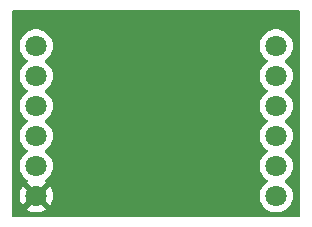
<source format=gbl>
G04 #@! TF.GenerationSoftware,KiCad,Pcbnew,7.0.10*
G04 #@! TF.CreationDate,2024-10-11T10:49:22-04:00*
G04 #@! TF.ProjectId,ad5689r,61643536-3839-4722-9e6b-696361645f70,rev?*
G04 #@! TF.SameCoordinates,Original*
G04 #@! TF.FileFunction,Copper,L2,Bot*
G04 #@! TF.FilePolarity,Positive*
%FSLAX46Y46*%
G04 Gerber Fmt 4.6, Leading zero omitted, Abs format (unit mm)*
G04 Created by KiCad (PCBNEW 7.0.10) date 2024-10-11 10:49:22*
%MOMM*%
%LPD*%
G01*
G04 APERTURE LIST*
G04 #@! TA.AperFunction,ComponentPad*
%ADD10C,1.800000*%
G04 #@! TD*
G04 #@! TA.AperFunction,ViaPad*
%ADD11C,0.800000*%
G04 #@! TD*
G04 APERTURE END LIST*
D10*
X27940000Y-25400000D03*
X27940000Y-27940000D03*
X27940000Y-30480000D03*
X27940000Y-33020000D03*
X27940000Y-35560000D03*
X27940000Y-38100000D03*
X48260000Y-25400000D03*
X48260000Y-27940000D03*
X48260000Y-30480000D03*
X48260000Y-33020000D03*
X48260000Y-35560000D03*
X48260000Y-38100000D03*
D11*
X42926000Y-27940000D03*
X46228000Y-36068000D03*
X37846000Y-31242000D03*
G04 #@! TA.AperFunction,Conductor*
G36*
X50234539Y-22372185D02*
G01*
X50280294Y-22424989D01*
X50291500Y-22476500D01*
X50291500Y-39753500D01*
X50271815Y-39820539D01*
X50219011Y-39866294D01*
X50167500Y-39877500D01*
X26032500Y-39877500D01*
X25965461Y-39857815D01*
X25919706Y-39805011D01*
X25908500Y-39753500D01*
X25908500Y-35560006D01*
X26534700Y-35560006D01*
X26553864Y-35791297D01*
X26553866Y-35791308D01*
X26610842Y-36016300D01*
X26704075Y-36228848D01*
X26831016Y-36423147D01*
X26831019Y-36423151D01*
X26831021Y-36423153D01*
X26988216Y-36593913D01*
X27165819Y-36732146D01*
X27166225Y-36732462D01*
X27207038Y-36789173D01*
X27210713Y-36858946D01*
X27176082Y-36919629D01*
X27166225Y-36928170D01*
X27141201Y-36947646D01*
X27141200Y-36947647D01*
X27895600Y-37702046D01*
X27814852Y-37714835D01*
X27701955Y-37772359D01*
X27612359Y-37861955D01*
X27554835Y-37974852D01*
X27542046Y-38055600D01*
X26788811Y-37302365D01*
X26704516Y-37431390D01*
X26611317Y-37643864D01*
X26554361Y-37868781D01*
X26535202Y-38099994D01*
X26535202Y-38100005D01*
X26554361Y-38331218D01*
X26611317Y-38556135D01*
X26704515Y-38768606D01*
X26788812Y-38897633D01*
X27542046Y-38144399D01*
X27554835Y-38225148D01*
X27612359Y-38338045D01*
X27701955Y-38427641D01*
X27814852Y-38485165D01*
X27895599Y-38497953D01*
X27141201Y-39252351D01*
X27171649Y-39276050D01*
X27375697Y-39386476D01*
X27375706Y-39386479D01*
X27595139Y-39461811D01*
X27823993Y-39500000D01*
X28056007Y-39500000D01*
X28284860Y-39461811D01*
X28504293Y-39386479D01*
X28504301Y-39386476D01*
X28708355Y-39276047D01*
X28738797Y-39252351D01*
X28738798Y-39252350D01*
X27984401Y-38497953D01*
X28065148Y-38485165D01*
X28178045Y-38427641D01*
X28267641Y-38338045D01*
X28325165Y-38225148D01*
X28337953Y-38144400D01*
X29091186Y-38897633D01*
X29175482Y-38768611D01*
X29268682Y-38556135D01*
X29325638Y-38331218D01*
X29344798Y-38100006D01*
X46854700Y-38100006D01*
X46873864Y-38331297D01*
X46873866Y-38331308D01*
X46930842Y-38556300D01*
X47024075Y-38768848D01*
X47151016Y-38963147D01*
X47151019Y-38963151D01*
X47151021Y-38963153D01*
X47308216Y-39133913D01*
X47308219Y-39133915D01*
X47308222Y-39133918D01*
X47491365Y-39276464D01*
X47491371Y-39276468D01*
X47491374Y-39276470D01*
X47658860Y-39367109D01*
X47694652Y-39386479D01*
X47695497Y-39386936D01*
X47809487Y-39426068D01*
X47915015Y-39462297D01*
X47915017Y-39462297D01*
X47915019Y-39462298D01*
X48143951Y-39500500D01*
X48143952Y-39500500D01*
X48376048Y-39500500D01*
X48376049Y-39500500D01*
X48604981Y-39462298D01*
X48824503Y-39386936D01*
X49028626Y-39276470D01*
X49029170Y-39276047D01*
X49090129Y-39228600D01*
X49211784Y-39133913D01*
X49368979Y-38963153D01*
X49495924Y-38768849D01*
X49589157Y-38556300D01*
X49646134Y-38331305D01*
X49646135Y-38331297D01*
X49665300Y-38100006D01*
X49665300Y-38099993D01*
X49646135Y-37868702D01*
X49646133Y-37868691D01*
X49589157Y-37643699D01*
X49495924Y-37431151D01*
X49368983Y-37236852D01*
X49368980Y-37236849D01*
X49368979Y-37236847D01*
X49211784Y-37066087D01*
X49034180Y-36927853D01*
X48993368Y-36871143D01*
X48989693Y-36801370D01*
X49024324Y-36740687D01*
X49034181Y-36732146D01*
X49211784Y-36593913D01*
X49368979Y-36423153D01*
X49495924Y-36228849D01*
X49589157Y-36016300D01*
X49646134Y-35791305D01*
X49665300Y-35560000D01*
X49665300Y-35559993D01*
X49646135Y-35328702D01*
X49646133Y-35328691D01*
X49589157Y-35103699D01*
X49495924Y-34891151D01*
X49368983Y-34696852D01*
X49368980Y-34696849D01*
X49368979Y-34696847D01*
X49211784Y-34526087D01*
X49034180Y-34387853D01*
X48993368Y-34331143D01*
X48989693Y-34261370D01*
X49024324Y-34200687D01*
X49034181Y-34192146D01*
X49211784Y-34053913D01*
X49368979Y-33883153D01*
X49495924Y-33688849D01*
X49589157Y-33476300D01*
X49646134Y-33251305D01*
X49665300Y-33020000D01*
X49665300Y-33019993D01*
X49646135Y-32788702D01*
X49646133Y-32788691D01*
X49589157Y-32563699D01*
X49495924Y-32351151D01*
X49368983Y-32156852D01*
X49368980Y-32156849D01*
X49368979Y-32156847D01*
X49211784Y-31986087D01*
X49034180Y-31847853D01*
X48993368Y-31791143D01*
X48989693Y-31721370D01*
X49024324Y-31660687D01*
X49034181Y-31652146D01*
X49211784Y-31513913D01*
X49368979Y-31343153D01*
X49495924Y-31148849D01*
X49589157Y-30936300D01*
X49646134Y-30711305D01*
X49665300Y-30480000D01*
X49665300Y-30479993D01*
X49646135Y-30248702D01*
X49646133Y-30248691D01*
X49589157Y-30023699D01*
X49495924Y-29811151D01*
X49368983Y-29616852D01*
X49368980Y-29616849D01*
X49368979Y-29616847D01*
X49211784Y-29446087D01*
X49034180Y-29307853D01*
X48993368Y-29251143D01*
X48989693Y-29181370D01*
X49024324Y-29120687D01*
X49034181Y-29112146D01*
X49211784Y-28973913D01*
X49368979Y-28803153D01*
X49495924Y-28608849D01*
X49589157Y-28396300D01*
X49646134Y-28171305D01*
X49665300Y-27940000D01*
X49665300Y-27939993D01*
X49646135Y-27708702D01*
X49646133Y-27708691D01*
X49589157Y-27483699D01*
X49495924Y-27271151D01*
X49368983Y-27076852D01*
X49368980Y-27076849D01*
X49368979Y-27076847D01*
X49211784Y-26906087D01*
X49034180Y-26767853D01*
X48993368Y-26711143D01*
X48989693Y-26641370D01*
X49024324Y-26580687D01*
X49034181Y-26572146D01*
X49211784Y-26433913D01*
X49368979Y-26263153D01*
X49495924Y-26068849D01*
X49589157Y-25856300D01*
X49646134Y-25631305D01*
X49665300Y-25400000D01*
X49665300Y-25399993D01*
X49646135Y-25168702D01*
X49646133Y-25168691D01*
X49589157Y-24943699D01*
X49495924Y-24731151D01*
X49368983Y-24536852D01*
X49368980Y-24536849D01*
X49368979Y-24536847D01*
X49211784Y-24366087D01*
X49211779Y-24366083D01*
X49211777Y-24366081D01*
X49028634Y-24223535D01*
X49028628Y-24223531D01*
X48824504Y-24113064D01*
X48824495Y-24113061D01*
X48604984Y-24037702D01*
X48433282Y-24009050D01*
X48376049Y-23999500D01*
X48143951Y-23999500D01*
X48098164Y-24007140D01*
X47915015Y-24037702D01*
X47695504Y-24113061D01*
X47695495Y-24113064D01*
X47491371Y-24223531D01*
X47491365Y-24223535D01*
X47308222Y-24366081D01*
X47308219Y-24366084D01*
X47151016Y-24536852D01*
X47024075Y-24731151D01*
X46930842Y-24943699D01*
X46873866Y-25168691D01*
X46873864Y-25168702D01*
X46854700Y-25399993D01*
X46854700Y-25400006D01*
X46873864Y-25631297D01*
X46873866Y-25631308D01*
X46930842Y-25856300D01*
X47024075Y-26068848D01*
X47151016Y-26263147D01*
X47151019Y-26263151D01*
X47151021Y-26263153D01*
X47308216Y-26433913D01*
X47308219Y-26433915D01*
X47308222Y-26433918D01*
X47485818Y-26572147D01*
X47526631Y-26628857D01*
X47530306Y-26698630D01*
X47495674Y-26759313D01*
X47485818Y-26767853D01*
X47308222Y-26906081D01*
X47308219Y-26906084D01*
X47151016Y-27076852D01*
X47024075Y-27271151D01*
X46930842Y-27483699D01*
X46873866Y-27708691D01*
X46873864Y-27708702D01*
X46854700Y-27939993D01*
X46854700Y-27940006D01*
X46873864Y-28171297D01*
X46873866Y-28171308D01*
X46930842Y-28396300D01*
X47024075Y-28608848D01*
X47151016Y-28803147D01*
X47151019Y-28803151D01*
X47151021Y-28803153D01*
X47308216Y-28973913D01*
X47308219Y-28973915D01*
X47308222Y-28973918D01*
X47485818Y-29112147D01*
X47526631Y-29168857D01*
X47530306Y-29238630D01*
X47495674Y-29299313D01*
X47485818Y-29307853D01*
X47308222Y-29446081D01*
X47308219Y-29446084D01*
X47151016Y-29616852D01*
X47024075Y-29811151D01*
X46930842Y-30023699D01*
X46873866Y-30248691D01*
X46873864Y-30248702D01*
X46854700Y-30479993D01*
X46854700Y-30480006D01*
X46873864Y-30711297D01*
X46873866Y-30711308D01*
X46930842Y-30936300D01*
X47024075Y-31148848D01*
X47151016Y-31343147D01*
X47151019Y-31343151D01*
X47151021Y-31343153D01*
X47308216Y-31513913D01*
X47308219Y-31513915D01*
X47308222Y-31513918D01*
X47485818Y-31652147D01*
X47526631Y-31708857D01*
X47530306Y-31778630D01*
X47495674Y-31839313D01*
X47485818Y-31847853D01*
X47308222Y-31986081D01*
X47308219Y-31986084D01*
X47151016Y-32156852D01*
X47024075Y-32351151D01*
X46930842Y-32563699D01*
X46873866Y-32788691D01*
X46873864Y-32788702D01*
X46854700Y-33019993D01*
X46854700Y-33020006D01*
X46873864Y-33251297D01*
X46873866Y-33251308D01*
X46930842Y-33476300D01*
X47024075Y-33688848D01*
X47151016Y-33883147D01*
X47151019Y-33883151D01*
X47151021Y-33883153D01*
X47308216Y-34053913D01*
X47308219Y-34053915D01*
X47308222Y-34053918D01*
X47485818Y-34192147D01*
X47526631Y-34248857D01*
X47530306Y-34318630D01*
X47495674Y-34379313D01*
X47485818Y-34387853D01*
X47308222Y-34526081D01*
X47308219Y-34526084D01*
X47151016Y-34696852D01*
X47024075Y-34891151D01*
X46930842Y-35103699D01*
X46873866Y-35328691D01*
X46873864Y-35328702D01*
X46854700Y-35559993D01*
X46854700Y-35560006D01*
X46873864Y-35791297D01*
X46873866Y-35791308D01*
X46930842Y-36016300D01*
X47024075Y-36228848D01*
X47151016Y-36423147D01*
X47151019Y-36423151D01*
X47151021Y-36423153D01*
X47308216Y-36593913D01*
X47308219Y-36593915D01*
X47308222Y-36593918D01*
X47485818Y-36732147D01*
X47526631Y-36788857D01*
X47530306Y-36858630D01*
X47495674Y-36919313D01*
X47485818Y-36927853D01*
X47308222Y-37066081D01*
X47308219Y-37066084D01*
X47151016Y-37236852D01*
X47024075Y-37431151D01*
X46930842Y-37643699D01*
X46873866Y-37868691D01*
X46873864Y-37868702D01*
X46854700Y-38099993D01*
X46854700Y-38100006D01*
X29344798Y-38100006D01*
X29344798Y-38100005D01*
X29344798Y-38099994D01*
X29325638Y-37868781D01*
X29268682Y-37643864D01*
X29175484Y-37431393D01*
X29091186Y-37302365D01*
X28337953Y-38055598D01*
X28325165Y-37974852D01*
X28267641Y-37861955D01*
X28178045Y-37772359D01*
X28065148Y-37714835D01*
X27984400Y-37702046D01*
X28738797Y-36947647D01*
X28738797Y-36947646D01*
X28713773Y-36928169D01*
X28672961Y-36871459D01*
X28669286Y-36801686D01*
X28703918Y-36741003D01*
X28713760Y-36732473D01*
X28891784Y-36593913D01*
X29048979Y-36423153D01*
X29175924Y-36228849D01*
X29269157Y-36016300D01*
X29326134Y-35791305D01*
X29345300Y-35560000D01*
X29345300Y-35559993D01*
X29326135Y-35328702D01*
X29326133Y-35328691D01*
X29269157Y-35103699D01*
X29175924Y-34891151D01*
X29048983Y-34696852D01*
X29048980Y-34696849D01*
X29048979Y-34696847D01*
X28891784Y-34526087D01*
X28714180Y-34387853D01*
X28673368Y-34331143D01*
X28669693Y-34261370D01*
X28704324Y-34200687D01*
X28714181Y-34192146D01*
X28891784Y-34053913D01*
X29048979Y-33883153D01*
X29175924Y-33688849D01*
X29269157Y-33476300D01*
X29326134Y-33251305D01*
X29345300Y-33020000D01*
X29345300Y-33019993D01*
X29326135Y-32788702D01*
X29326133Y-32788691D01*
X29269157Y-32563699D01*
X29175924Y-32351151D01*
X29048983Y-32156852D01*
X29048980Y-32156849D01*
X29048979Y-32156847D01*
X28891784Y-31986087D01*
X28714180Y-31847853D01*
X28673368Y-31791143D01*
X28669693Y-31721370D01*
X28704324Y-31660687D01*
X28714181Y-31652146D01*
X28891784Y-31513913D01*
X29048979Y-31343153D01*
X29175924Y-31148849D01*
X29269157Y-30936300D01*
X29326134Y-30711305D01*
X29345300Y-30480000D01*
X29345300Y-30479993D01*
X29326135Y-30248702D01*
X29326133Y-30248691D01*
X29269157Y-30023699D01*
X29175924Y-29811151D01*
X29048983Y-29616852D01*
X29048980Y-29616849D01*
X29048979Y-29616847D01*
X28891784Y-29446087D01*
X28714180Y-29307853D01*
X28673368Y-29251143D01*
X28669693Y-29181370D01*
X28704324Y-29120687D01*
X28714181Y-29112146D01*
X28891784Y-28973913D01*
X29048979Y-28803153D01*
X29175924Y-28608849D01*
X29269157Y-28396300D01*
X29326134Y-28171305D01*
X29345300Y-27940000D01*
X29345300Y-27939993D01*
X29326135Y-27708702D01*
X29326133Y-27708691D01*
X29269157Y-27483699D01*
X29175924Y-27271151D01*
X29048983Y-27076852D01*
X29048980Y-27076849D01*
X29048979Y-27076847D01*
X28891784Y-26906087D01*
X28714180Y-26767853D01*
X28673368Y-26711143D01*
X28669693Y-26641370D01*
X28704324Y-26580687D01*
X28714181Y-26572146D01*
X28891784Y-26433913D01*
X29048979Y-26263153D01*
X29175924Y-26068849D01*
X29269157Y-25856300D01*
X29326134Y-25631305D01*
X29345300Y-25400000D01*
X29345300Y-25399993D01*
X29326135Y-25168702D01*
X29326133Y-25168691D01*
X29269157Y-24943699D01*
X29175924Y-24731151D01*
X29048983Y-24536852D01*
X29048980Y-24536849D01*
X29048979Y-24536847D01*
X28891784Y-24366087D01*
X28891779Y-24366083D01*
X28891777Y-24366081D01*
X28708634Y-24223535D01*
X28708628Y-24223531D01*
X28504504Y-24113064D01*
X28504495Y-24113061D01*
X28284984Y-24037702D01*
X28113282Y-24009050D01*
X28056049Y-23999500D01*
X27823951Y-23999500D01*
X27778164Y-24007140D01*
X27595015Y-24037702D01*
X27375504Y-24113061D01*
X27375495Y-24113064D01*
X27171371Y-24223531D01*
X27171365Y-24223535D01*
X26988222Y-24366081D01*
X26988219Y-24366084D01*
X26831016Y-24536852D01*
X26704075Y-24731151D01*
X26610842Y-24943699D01*
X26553866Y-25168691D01*
X26553864Y-25168702D01*
X26534700Y-25399993D01*
X26534700Y-25400006D01*
X26553864Y-25631297D01*
X26553866Y-25631308D01*
X26610842Y-25856300D01*
X26704075Y-26068848D01*
X26831016Y-26263147D01*
X26831019Y-26263151D01*
X26831021Y-26263153D01*
X26988216Y-26433913D01*
X26988219Y-26433915D01*
X26988222Y-26433918D01*
X27165818Y-26572147D01*
X27206631Y-26628857D01*
X27210306Y-26698630D01*
X27175674Y-26759313D01*
X27165818Y-26767853D01*
X26988222Y-26906081D01*
X26988219Y-26906084D01*
X26831016Y-27076852D01*
X26704075Y-27271151D01*
X26610842Y-27483699D01*
X26553866Y-27708691D01*
X26553864Y-27708702D01*
X26534700Y-27939993D01*
X26534700Y-27940006D01*
X26553864Y-28171297D01*
X26553866Y-28171308D01*
X26610842Y-28396300D01*
X26704075Y-28608848D01*
X26831016Y-28803147D01*
X26831019Y-28803151D01*
X26831021Y-28803153D01*
X26988216Y-28973913D01*
X26988219Y-28973915D01*
X26988222Y-28973918D01*
X27165818Y-29112147D01*
X27206631Y-29168857D01*
X27210306Y-29238630D01*
X27175674Y-29299313D01*
X27165818Y-29307853D01*
X26988222Y-29446081D01*
X26988219Y-29446084D01*
X26831016Y-29616852D01*
X26704075Y-29811151D01*
X26610842Y-30023699D01*
X26553866Y-30248691D01*
X26553864Y-30248702D01*
X26534700Y-30479993D01*
X26534700Y-30480006D01*
X26553864Y-30711297D01*
X26553866Y-30711308D01*
X26610842Y-30936300D01*
X26704075Y-31148848D01*
X26831016Y-31343147D01*
X26831019Y-31343151D01*
X26831021Y-31343153D01*
X26988216Y-31513913D01*
X26988219Y-31513915D01*
X26988222Y-31513918D01*
X27165818Y-31652147D01*
X27206631Y-31708857D01*
X27210306Y-31778630D01*
X27175674Y-31839313D01*
X27165818Y-31847853D01*
X26988222Y-31986081D01*
X26988219Y-31986084D01*
X26831016Y-32156852D01*
X26704075Y-32351151D01*
X26610842Y-32563699D01*
X26553866Y-32788691D01*
X26553864Y-32788702D01*
X26534700Y-33019993D01*
X26534700Y-33020006D01*
X26553864Y-33251297D01*
X26553866Y-33251308D01*
X26610842Y-33476300D01*
X26704075Y-33688848D01*
X26831016Y-33883147D01*
X26831019Y-33883151D01*
X26831021Y-33883153D01*
X26988216Y-34053913D01*
X26988219Y-34053915D01*
X26988222Y-34053918D01*
X27165818Y-34192147D01*
X27206631Y-34248857D01*
X27210306Y-34318630D01*
X27175674Y-34379313D01*
X27165818Y-34387853D01*
X26988222Y-34526081D01*
X26988219Y-34526084D01*
X26831016Y-34696852D01*
X26704075Y-34891151D01*
X26610842Y-35103699D01*
X26553866Y-35328691D01*
X26553864Y-35328702D01*
X26534700Y-35559993D01*
X26534700Y-35560006D01*
X25908500Y-35560006D01*
X25908500Y-22476500D01*
X25928185Y-22409461D01*
X25980989Y-22363706D01*
X26032500Y-22352500D01*
X50167500Y-22352500D01*
X50234539Y-22372185D01*
G37*
G04 #@! TD.AperFunction*
M02*

</source>
